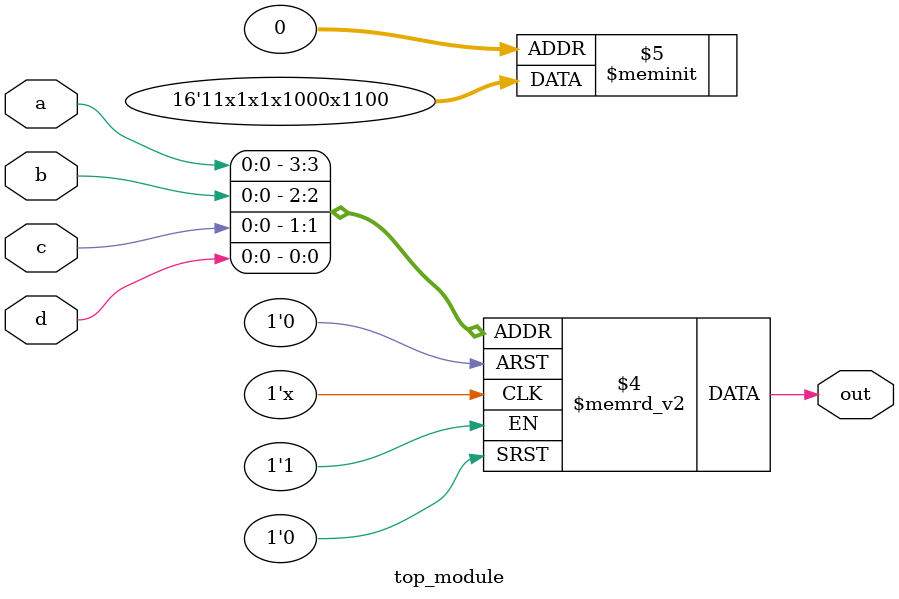
<source format=sv>
module top_module (
    input a,
    input b,
    input c,
    input d,
    output reg out
);

always @(*) begin
    case ({a, b, c, d})
        4'b0000: out = 0;
        4'b0001: out = 0;
        4'b0011: out = 1;
        4'b0010: out = 1;
        4'b0100: out = 'x;
        4'b0101: out = 0;
        4'b0111: out = 0;
        4'b0110: out = 0;
        4'b1000: out = 1;
        4'b1001: out = 'x;
        4'b1111: out = 1;
        4'b1110: out = 1;
        4'b1100: out = 1;
        4'b1101: out = 'x;
        4'b0011: out = 1;
        4'b1010: out = 1;
    endcase
end

endmodule

</source>
